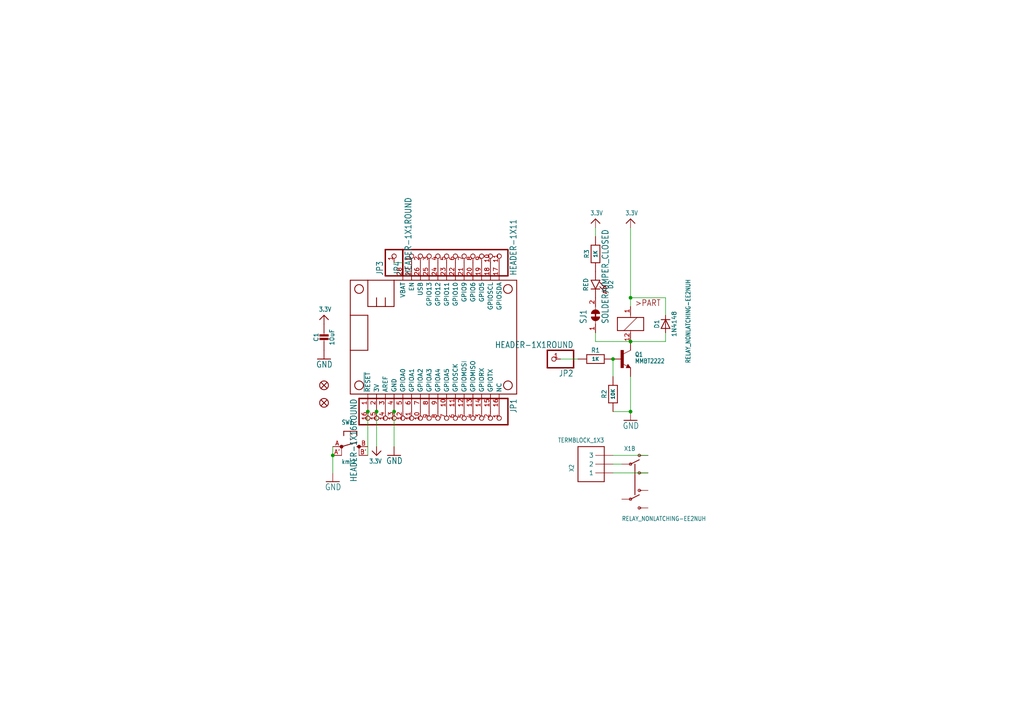
<source format=kicad_sch>
(kicad_sch (version 20211123) (generator eeschema)
  (paper "A4")
  (lib_symbols
    (symbol "schematicEagle-eagle-import:3.3V" (power)
      (property "Value" "3.3V" (at -1.524 1.016 0))
      (symbol "3.3V_1_0"
        (polyline (pts (xy -1.27 -1.27) (xy 0 0)) (stroke (width 0.254)))
        (polyline (pts (xy 0 0) (xy 1.27 -1.27)) (stroke (width 0.254)))
        (pin power_in line (at 0 -2.54 90) (length 2.54) (name "3.3V") (number "1"))
      )
    )
    (symbol "schematicEagle-eagle-import:CAP_CERAMIC0805-NOOUTLINE"
      (property "Reference" "C" (at -2.29 1.25 90))
      (property "Value" "CAP_CERAMIC0805-NOOUTLINE" (at 2.3 1.25 90))
      (symbol "CAP_CERAMIC0805-NOOUTLINE_1_0"
        (rectangle (start -1.27 0.508) (end 1.27 1.016) (fill (type outline)))
        (rectangle (start -1.27 1.524) (end 1.27 2.032) (fill (type outline)))
        (polyline (pts (xy 0 0.762) (xy 0 0)) (stroke (width 0.1524)))
        (polyline (pts (xy 0 2.54) (xy 0 1.778)) (stroke (width 0.1524)))
        (pin passive line (at 0 5.08 270) (length 2.54) (name "1") (number "1"))
        (pin passive line (at 0 -2.54 90) (length 2.54) (name "2") (number "2"))
      )
    )
    (symbol "schematicEagle-eagle-import:DIODESOD-323"
      (property "Reference" "D" (at 0 2.54 0))
      (property "Value" "DIODESOD-323" (at 0 -2.5 0))
      (symbol "DIODESOD-323_1_0"
        (polyline (pts (xy -1.27 -1.27) (xy 1.27 0)) (stroke (width 0.254)))
        (polyline (pts (xy -1.27 1.27) (xy -1.27 -1.27)) (stroke (width 0.254)))
        (polyline (pts (xy 1.27 0) (xy -1.27 1.27)) (stroke (width 0.254)))
        (polyline (pts (xy 1.27 0) (xy 1.27 -1.27)) (stroke (width 0.254)))
        (polyline (pts (xy 1.27 1.27) (xy 1.27 0)) (stroke (width 0.254)))
        (pin passive line (at -2.54 0 0) (length 2.54) (name "A") (number "A"))
        (pin passive line (at 2.54 0 180) (length 2.54) (name "C") (number "C"))
      )
    )
    (symbol "schematicEagle-eagle-import:FIDUCIAL{dblquote}{dblquote}"
      (symbol "FIDUCIAL{dblquote}{dblquote}_1_0"
        (polyline (pts (xy -0.762 0.762) (xy 0.762 -0.762)) (stroke (width 0.254)))
        (polyline (pts (xy 0.762 0.762) (xy -0.762 -0.762)) (stroke (width 0.254)))
        (circle (center 0 0) (radius 1.27) (stroke (width 0.254)))
      )
    )
    (symbol "schematicEagle-eagle-import:GND" (power)
      (property "Value" "GND" (at -2.54 -2.54 0))
      (symbol "GND_1_0"
        (polyline (pts (xy -1.905 0) (xy 1.905 0)) (stroke (width 0.254)))
        (pin power_in line (at 0 2.54 270) (length 2.54) (name "GND") (number "1"))
      )
    )
    (symbol "schematicEagle-eagle-import:HEADER-1X11"
      (property "Reference" "JP" (at -6.35 15.875 0))
      (property "Value" "HEADER-1X11" (at -6.35 -17.78 0))
      (symbol "HEADER-1X11_1_0"
        (polyline (pts (xy -6.35 -15.24) (xy 1.27 -15.24)) (stroke (width 0.4064)))
        (polyline (pts (xy -6.35 15.24) (xy -6.35 -15.24)) (stroke (width 0.4064)))
        (polyline (pts (xy 1.27 -15.24) (xy 1.27 15.24)) (stroke (width 0.4064)))
        (polyline (pts (xy 1.27 15.24) (xy -6.35 15.24)) (stroke (width 0.4064)))
        (pin passive inverted (at -2.54 12.7 0) (length 2.54) (name "1") (number "1"))
        (pin passive inverted (at -2.54 -10.16 0) (length 2.54) (name "10") (number "10"))
        (pin passive inverted (at -2.54 -12.7 0) (length 2.54) (name "11") (number "11"))
        (pin passive inverted (at -2.54 10.16 0) (length 2.54) (name "2") (number "2"))
        (pin passive inverted (at -2.54 7.62 0) (length 2.54) (name "3") (number "3"))
        (pin passive inverted (at -2.54 5.08 0) (length 2.54) (name "4") (number "4"))
        (pin passive inverted (at -2.54 2.54 0) (length 2.54) (name "5") (number "5"))
        (pin passive inverted (at -2.54 0 0) (length 2.54) (name "6") (number "6"))
        (pin passive inverted (at -2.54 -2.54 0) (length 2.54) (name "7") (number "7"))
        (pin passive inverted (at -2.54 -5.08 0) (length 2.54) (name "8") (number "8"))
        (pin passive inverted (at -2.54 -7.62 0) (length 2.54) (name "9") (number "9"))
      )
    )
    (symbol "schematicEagle-eagle-import:HEADER-1X16ROUND"
      (property "Reference" "JP" (at -6.35 20.955 0))
      (property "Value" "HEADER-1X16ROUND" (at -6.35 -25.4 0))
      (symbol "HEADER-1X16ROUND_1_0"
        (polyline (pts (xy -6.35 -22.86) (xy 1.27 -22.86)) (stroke (width 0.4064)))
        (polyline (pts (xy -6.35 20.32) (xy -6.35 -22.86)) (stroke (width 0.4064)))
        (polyline (pts (xy 1.27 -22.86) (xy 1.27 20.32)) (stroke (width 0.4064)))
        (polyline (pts (xy 1.27 20.32) (xy -6.35 20.32)) (stroke (width 0.4064)))
        (pin passive inverted (at -2.54 17.78 0) (length 2.54) (name "1") (number "1"))
        (pin passive inverted (at -2.54 -5.08 0) (length 2.54) (name "10") (number "10"))
        (pin passive inverted (at -2.54 -7.62 0) (length 2.54) (name "11") (number "11"))
        (pin passive inverted (at -2.54 -10.16 0) (length 2.54) (name "12") (number "12"))
        (pin passive inverted (at -2.54 -12.7 0) (length 2.54) (name "13") (number "13"))
        (pin passive inverted (at -2.54 -15.24 0) (length 2.54) (name "14") (number "14"))
        (pin passive inverted (at -2.54 -17.78 0) (length 2.54) (name "15") (number "15"))
        (pin passive inverted (at -2.54 -20.32 0) (length 2.54) (name "16") (number "16"))
        (pin passive inverted (at -2.54 15.24 0) (length 2.54) (name "2") (number "2"))
        (pin passive inverted (at -2.54 12.7 0) (length 2.54) (name "3") (number "3"))
        (pin passive inverted (at -2.54 10.16 0) (length 2.54) (name "4") (number "4"))
        (pin passive inverted (at -2.54 7.62 0) (length 2.54) (name "5") (number "5"))
        (pin passive inverted (at -2.54 5.08 0) (length 2.54) (name "6") (number "6"))
        (pin passive inverted (at -2.54 2.54 0) (length 2.54) (name "7") (number "7"))
        (pin passive inverted (at -2.54 0 0) (length 2.54) (name "8") (number "8"))
        (pin passive inverted (at -2.54 -2.54 0) (length 2.54) (name "9") (number "9"))
      )
    )
    (symbol "schematicEagle-eagle-import:HEADER-1X1ROUND"
      (property "Reference" "JP" (at -6.35 3.175 0))
      (property "Value" "HEADER-1X1ROUND" (at -6.35 -5.08 0))
      (symbol "HEADER-1X1ROUND_1_0"
        (polyline (pts (xy -6.35 -2.54) (xy 1.27 -2.54)) (stroke (width 0.4064)))
        (polyline (pts (xy -6.35 2.54) (xy -6.35 -2.54)) (stroke (width 0.4064)))
        (polyline (pts (xy 1.27 -2.54) (xy 1.27 2.54)) (stroke (width 0.4064)))
        (polyline (pts (xy 1.27 2.54) (xy -6.35 2.54)) (stroke (width 0.4064)))
        (pin passive inverted (at -2.54 0 0) (length 2.54) (name "1") (number "1"))
      )
    )
    (symbol "schematicEagle-eagle-import:LED0805_NOOUTLINE"
      (property "Reference" "D" (at -1.27 4.445 0))
      (property "Value" "LED0805_NOOUTLINE" (at -1.27 -2.794 0))
      (symbol "LED0805_NOOUTLINE_1_0"
        (polyline (pts (xy -2.54 -1.27) (xy 0 0)) (stroke (width 0.254)))
        (polyline (pts (xy -2.54 1.27) (xy -2.54 -1.27)) (stroke (width 0.254)))
        (polyline (pts (xy -1.905 1.27) (xy -0.635 2.54)) (stroke (width 0.254)))
        (polyline (pts (xy -0.9525 2.8575) (xy -0.3175 2.2225)) (stroke (width 0.254)))
        (polyline (pts (xy -0.635 1.27) (xy 0.635 2.54)) (stroke (width 0.254)))
        (polyline (pts (xy -0.3175 2.2225) (xy 0 3.175)) (stroke (width 0.254)))
        (polyline (pts (xy 0 0) (xy -2.54 1.27)) (stroke (width 0.254)))
        (polyline (pts (xy 0 0) (xy 0 -1.27)) (stroke (width 0.254)))
        (polyline (pts (xy 0 1.27) (xy 0 0)) (stroke (width 0.254)))
        (polyline (pts (xy 0 3.175) (xy -0.9525 2.8575)) (stroke (width 0.254)))
        (polyline (pts (xy 0.3175 2.8575) (xy 0.9525 2.2225)) (stroke (width 0.254)))
        (polyline (pts (xy 0.9525 2.2225) (xy 1.27 3.175)) (stroke (width 0.254)))
        (polyline (pts (xy 1.27 3.175) (xy 0.3175 2.8575)) (stroke (width 0.254)))
        (pin passive line (at -5.08 0 0) (length 2.54) (name "A") (number "A"))
        (pin passive line (at 2.54 0 180) (length 2.54) (name "C") (number "C"))
      )
    )
    (symbol "schematicEagle-eagle-import:MICROSHIELD"
      (symbol "MICROSHIELD_1_0"
        (polyline (pts (xy 0 0) (xy 48.26 0)) (stroke (width 0.254)))
        (polyline (pts (xy 0 12.7) (xy 0 0)) (stroke (width 0.254)))
        (polyline (pts (xy 0 22.86) (xy 0 12.7)) (stroke (width 0.254)))
        (polyline (pts (xy 0 22.86) (xy 5.08 22.86)) (stroke (width 0.254)))
        (polyline (pts (xy 0 33.02) (xy 0 22.86)) (stroke (width 0.254)))
        (polyline (pts (xy 5.08 12.7) (xy 0 12.7)) (stroke (width 0.254)))
        (polyline (pts (xy 5.08 22.86) (xy 5.08 12.7)) (stroke (width 0.254)))
        (polyline (pts (xy 5.08 25.4) (xy 7.62 25.4)) (stroke (width 0.254)))
        (polyline (pts (xy 5.08 33.02) (xy 0 33.02)) (stroke (width 0.254)))
        (polyline (pts (xy 5.08 33.02) (xy 5.08 25.4)) (stroke (width 0.254)))
        (polyline (pts (xy 7.62 25.4) (xy 10.16 25.4)) (stroke (width 0.254)))
        (polyline (pts (xy 7.62 27.94) (xy 7.62 25.4)) (stroke (width 0.254)))
        (polyline (pts (xy 10.16 25.4) (xy 12.7 25.4)) (stroke (width 0.254)))
        (polyline (pts (xy 10.16 27.94) (xy 10.16 25.4)) (stroke (width 0.254)))
        (polyline (pts (xy 12.7 25.4) (xy 12.7 33.02)) (stroke (width 0.254)))
        (polyline (pts (xy 12.7 33.02) (xy 5.08 33.02)) (stroke (width 0.254)))
        (polyline (pts (xy 48.26 0) (xy 48.26 33.02)) (stroke (width 0.254)))
        (polyline (pts (xy 48.26 33.02) (xy 12.7 33.02)) (stroke (width 0.254)))
        (circle (center 2.54 2.54) (radius 1.27) (stroke (width 0.254)))
        (circle (center 2.54 30.48) (radius 1.27) (stroke (width 0.254)))
        (circle (center 45.72 2.54) (radius 1.27) (stroke (width 0.254)))
        (circle (center 45.72 30.48) (radius 1.27) (stroke (width 0.254)))
        (pin input line (at 5.08 -5.08 90) (length 5.08) (name "~{RESET}") (number "1"))
        (pin bidirectional line (at 27.94 -5.08 90) (length 5.08) (name "GPIOA5") (number "10"))
        (pin bidirectional line (at 30.48 -5.08 90) (length 5.08) (name "GPIOSCK") (number "11"))
        (pin bidirectional line (at 33.02 -5.08 90) (length 5.08) (name "GPIOMOSI") (number "12"))
        (pin bidirectional line (at 35.56 -5.08 90) (length 5.08) (name "GPIOMISO") (number "13"))
        (pin bidirectional line (at 38.1 -5.08 90) (length 5.08) (name "GPIORX") (number "14"))
        (pin bidirectional line (at 40.64 -5.08 90) (length 5.08) (name "GPIOTX") (number "15"))
        (pin passive line (at 43.18 -5.08 90) (length 5.08) (name "NC") (number "16"))
        (pin bidirectional line (at 43.18 38.1 270) (length 5.08) (name "GPIOSDA") (number "17"))
        (pin bidirectional line (at 40.64 38.1 270) (length 5.08) (name "GPIOSCL") (number "18"))
        (pin bidirectional line (at 38.1 38.1 270) (length 5.08) (name "GPIO5") (number "19"))
        (pin power_in line (at 7.62 -5.08 90) (length 5.08) (name "3V") (number "2"))
        (pin bidirectional line (at 35.56 38.1 270) (length 5.08) (name "GPIO6") (number "20"))
        (pin bidirectional line (at 33.02 38.1 270) (length 5.08) (name "GPIO9") (number "21"))
        (pin bidirectional line (at 30.48 38.1 270) (length 5.08) (name "GPIO10") (number "22"))
        (pin bidirectional line (at 27.94 38.1 270) (length 5.08) (name "GPIO11") (number "23"))
        (pin bidirectional line (at 25.4 38.1 270) (length 5.08) (name "GPIO12") (number "24"))
        (pin bidirectional line (at 22.86 38.1 270) (length 5.08) (name "GPIO13") (number "25"))
        (pin power_in line (at 20.32 38.1 270) (length 5.08) (name "USB") (number "26"))
        (pin passive line (at 17.78 38.1 270) (length 5.08) (name "EN") (number "27"))
        (pin power_in line (at 15.24 38.1 270) (length 5.08) (name "VBAT") (number "28"))
        (pin passive line (at 10.16 -5.08 90) (length 5.08) (name "AREF") (number "3"))
        (pin power_in line (at 12.7 -5.08 90) (length 5.08) (name "GND") (number "4"))
        (pin bidirectional line (at 15.24 -5.08 90) (length 5.08) (name "GPIOA0") (number "5"))
        (pin bidirectional line (at 17.78 -5.08 90) (length 5.08) (name "GPIOA1") (number "6"))
        (pin bidirectional line (at 20.32 -5.08 90) (length 5.08) (name "GPIOA2") (number "7"))
        (pin bidirectional line (at 22.86 -5.08 90) (length 5.08) (name "GPIOA3") (number "8"))
        (pin bidirectional line (at 25.4 -5.08 90) (length 5.08) (name "GPIOA4") (number "9"))
      )
    )
    (symbol "schematicEagle-eagle-import:RELAY_NONLATCHING-EE2NUH"
      (property "Reference" "X" (at -4.445 8.89 0))
      (property "Value" "RELAY_NONLATCHING-EE2NUH" (at -5.08 -11.43 0))
      (symbol "RELAY_NONLATCHING-EE2NUH_1_0"
        (polyline (pts (xy -3.81 -1.905) (xy -1.905 -1.905)) (stroke (width 0.254)))
        (polyline (pts (xy -3.81 1.905) (xy -3.81 -1.905)) (stroke (width 0.254)))
        (polyline (pts (xy -1.905 -1.905) (xy 0 -1.905)) (stroke (width 0.254)))
        (polyline (pts (xy -1.905 -1.905) (xy 1.905 1.905)) (stroke (width 0.1524)))
        (polyline (pts (xy 0 -2.54) (xy 0 -1.905)) (stroke (width 0.1524)))
        (polyline (pts (xy 0 -1.905) (xy 3.81 -1.905)) (stroke (width 0.254)))
        (polyline (pts (xy 0 1.905) (xy -3.81 1.905)) (stroke (width 0.254)))
        (polyline (pts (xy 0 2.54) (xy 0 1.905)) (stroke (width 0.1524)))
        (polyline (pts (xy 1.905 1.905) (xy 0 1.905)) (stroke (width 0.254)))
        (polyline (pts (xy 3.81 -1.905) (xy 3.81 1.905)) (stroke (width 0.254)))
        (polyline (pts (xy 3.81 1.905) (xy 1.905 1.905)) (stroke (width 0.254)))
        (text ">PART" (at 1.27 5.08 0) (effects (font (size 1.778 1.5113)) (justify left bottom)))
        (pin passive line (at 0 5.08 270) (length 2.54) (name "1") (number "1"))
        (pin passive line (at 0 -5.08 90) (length 2.54) (name "2") (number "12"))
      )
      (symbol "RELAY_NONLATCHING-EE2NUH_2_0"
        (circle (center -2.54 -5.08) (radius 0.3592) (stroke (width 0.2032)))
        (circle (center -2.54 5.08) (radius 0.3592) (stroke (width 0.2032)))
        (circle (center 0 -7.62) (radius 0.3592) (stroke (width 0.2032)))
        (circle (center 0 -2.54) (radius 0.3592) (stroke (width 0.2032)))
        (polyline (pts (xy -2.54 -5.08) (xy 0 -3.81)) (stroke (width 0.254)))
        (polyline (pts (xy -2.54 5.08) (xy 0 6.35)) (stroke (width 0.254)))
        (polyline (pts (xy -1.27 5.08) (xy -1.27 -3.81)) (stroke (width 0.254)))
        (polyline (pts (xy 0 -7.62) (xy 0.635 -7.62)) (stroke (width 0.127)))
        (polyline (pts (xy 0 -2.54) (xy 0.635 -2.54)) (stroke (width 0.1524)))
        (polyline (pts (xy 0 2.54) (xy 0.635 2.54)) (stroke (width 0.127)))
        (polyline (pts (xy 0 7.62) (xy 0.635 7.62)) (stroke (width 0.1524)))
        (circle (center 0 2.54) (radius 0.3592) (stroke (width 0.2032)))
        (circle (center 0 7.62) (radius 0.3592) (stroke (width 0.2032)))
        (pin passive line (at 2.54 7.62 180) (length 2.54) (name "O1") (number "10"))
        (pin passive line (at 2.54 -2.54 180) (length 2.54) (name "O2") (number "3"))
        (pin passive line (at -5.08 -5.08 0) (length 2.54) (name "P2") (number "4"))
        (pin passive line (at 2.54 -7.62 180) (length 2.54) (name "S2") (number "5"))
        (pin passive line (at 2.54 2.54 180) (length 2.54) (name "S1") (number "8"))
        (pin passive line (at -5.08 5.08 0) (length 2.54) (name "P1") (number "9"))
      )
    )
    (symbol "schematicEagle-eagle-import:RESISTOR0805_NOOUTLINE"
      (property "Reference" "R" (at 0 2.54 0))
      (property "Value" "RESISTOR0805_NOOUTLINE" (at 0 0 0))
      (symbol "RESISTOR0805_NOOUTLINE_1_0"
        (polyline (pts (xy -2.54 -1.27) (xy -2.54 1.27)) (stroke (width 0.254)))
        (polyline (pts (xy -2.54 1.27) (xy 2.54 1.27)) (stroke (width 0.254)))
        (polyline (pts (xy 2.54 -1.27) (xy -2.54 -1.27)) (stroke (width 0.254)))
        (polyline (pts (xy 2.54 1.27) (xy 2.54 -1.27)) (stroke (width 0.254)))
        (pin passive line (at -5.08 0 0) (length 2.54) (name "1") (number "1"))
        (pin passive line (at 5.08 0 180) (length 2.54) (name "2") (number "2"))
      )
    )
    (symbol "schematicEagle-eagle-import:SOLDERJUMPER_CLOSED"
      (property "Reference" "SJ" (at -2.54 2.54 0))
      (property "Value" "SOLDERJUMPER_CLOSED" (at -2.54 -3.81 0))
      (symbol "SOLDERJUMPER_CLOSED_1_0"
        (arc (start -0.381 1.2699) (mid -1.6508 0) (end -0.381 -1.2699) (stroke (width 0.0001)) (fill (type outline)))
        (polyline (pts (xy -2.54 0) (xy -1.651 0)) (stroke (width 0.1524)))
        (polyline (pts (xy -0.635 0) (xy 0.635 0)) (stroke (width 0.4064)))
        (polyline (pts (xy 2.54 0) (xy 1.651 0)) (stroke (width 0.1524)))
        (arc (start 0.381 -1.2699) (mid 1.6508 0) (end 0.381 1.2699) (stroke (width 0.0001)) (fill (type outline)))
        (pin passive line (at -5.08 0 0) (length 2.54) (name "1") (number "1"))
        (pin passive line (at 5.08 0 180) (length 2.54) (name "2") (number "2"))
      )
    )
    (symbol "schematicEagle-eagle-import:SWITCH_TACT_SMT4.6X2.8"
      (property "Reference" "SW" (at -2.54 6.35 0))
      (property "Value" "SWITCH_TACT_SMT4.6X2.8" (at -2.54 -5.08 0))
      (symbol "SWITCH_TACT_SMT4.6X2.8_1_0"
        (circle (center -2.54 0) (radius 0.127) (stroke (width 0.4064)))
        (polyline (pts (xy -2.54 -2.54) (xy -2.54 0)) (stroke (width 0.1524)))
        (polyline (pts (xy -2.54 0) (xy 1.905 1.27)) (stroke (width 0.254)))
        (polyline (pts (xy -1.905 4.445) (xy -1.905 3.175)) (stroke (width 0.254)))
        (polyline (pts (xy 0 1.27) (xy 0 0.635)) (stroke (width 0.1524)))
        (polyline (pts (xy 0 2.54) (xy 0 1.905)) (stroke (width 0.1524)))
        (polyline (pts (xy 0 4.445) (xy -1.905 4.445)) (stroke (width 0.254)))
        (polyline (pts (xy 0 4.445) (xy 0 3.175)) (stroke (width 0.1524)))
        (polyline (pts (xy 1.905 0) (xy 2.54 0)) (stroke (width 0.254)))
        (polyline (pts (xy 1.905 4.445) (xy 0 4.445)) (stroke (width 0.254)))
        (polyline (pts (xy 1.905 4.445) (xy 1.905 3.175)) (stroke (width 0.254)))
        (polyline (pts (xy 2.54 -2.54) (xy 2.54 0)) (stroke (width 0.1524)))
        (circle (center 2.54 0) (radius 0.127) (stroke (width 0.4064)))
        (pin passive line (at -5.08 0 0) (length 2.54) (name "P") (number "A"))
        (pin passive line (at -5.08 -2.54 0) (length 2.54) (name "P1") (number "A'"))
        (pin passive line (at 5.08 0 180) (length 2.54) (name "S") (number "B"))
        (pin passive line (at 5.08 -2.54 180) (length 2.54) (name "S1") (number "B'"))
      )
    )
    (symbol "schematicEagle-eagle-import:TERMBLOCK_1X3"
      (property "Reference" "X" (at -2.54 7.62 0))
      (property "Value" "TERMBLOCK_1X3" (at -2.54 -7.62 0))
      (symbol "TERMBLOCK_1X3_1_0"
        (polyline (pts (xy -2.54 -5.08) (xy 5.08 -5.08)) (stroke (width 0.254)))
        (polyline (pts (xy -2.54 5.08) (xy -2.54 -5.08)) (stroke (width 0.254)))
        (polyline (pts (xy 5.08 -5.08) (xy 5.08 5.08)) (stroke (width 0.254)))
        (polyline (pts (xy 5.08 5.08) (xy -2.54 5.08)) (stroke (width 0.254)))
        (pin passive line (at -5.08 2.54 0) (length 5.08) (name "1") (number "1"))
        (pin passive line (at -5.08 0 0) (length 5.08) (name "2") (number "2"))
        (pin passive line (at -5.08 -2.54 0) (length 5.08) (name "3") (number "3"))
      )
    )
    (symbol "schematicEagle-eagle-import:TRANSISTOR_NPN"
      (property "Reference" "Q" (at 1.27 0.635 0))
      (property "Value" "TRANSISTOR_NPN" (at 1.27 -1.27 0))
      (symbol "TRANSISTOR_NPN_1_0"
        (rectangle (start -2.794 -2.54) (end -2.032 2.54) (fill (type outline)))
        (polyline (pts (xy -1.27 -2.54) (xy -0.762 -1.524)) (stroke (width 0.1524)))
        (polyline (pts (xy -1.016 -2.413) (xy -0.254 -2.413)) (stroke (width 0.254)))
        (polyline (pts (xy -1.016 -2.286) (xy -0.635 -2.286)) (stroke (width 0.254)))
        (polyline (pts (xy -1 -2.04) (xy -2.232 -1.424)) (stroke (width 0.1524)))
        (polyline (pts (xy -0.762 -1.778) (xy -1.016 -2.286)) (stroke (width 0.254)))
        (polyline (pts (xy -0.762 -1.524) (xy 0 -2.54)) (stroke (width 0.1524)))
        (polyline (pts (xy -0.635 -2.286) (xy -0.762 -2.032)) (stroke (width 0.254)))
        (polyline (pts (xy -0.254 -2.413) (xy -0.762 -1.778)) (stroke (width 0.254)))
        (polyline (pts (xy 0 -2.54) (xy -1.27 -2.54)) (stroke (width 0.1524)))
        (polyline (pts (xy 0 2.54) (xy -2.032 1.524)) (stroke (width 0.1524)))
        (pin passive line (at -5.08 0 0) (length 2.54) (name "B") (number "1"))
        (pin passive line (at 0 -5.08 90) (length 2.54) (name "E") (number "2"))
        (pin passive line (at 0 5.08 270) (length 2.54) (name "C") (number "3"))
      )
    )
  )
  (junction (at 182.88 99.06))
  (junction (at 96.52 132.08))
  (junction (at 182.88 119.38))
  (junction (at 182.88 86.36))
  (junction (at 106.68 119.38))
  (junction (at 114.3 119.38))
  (junction (at 177.8 104.14))
  (junction (at 109.22 119.38))
  (wire (pts (xy 177.8 109.22) (xy 177.8 104.14)))
  (wire (pts (xy 177.8 134.62) (xy 180.34 134.62)))
  (wire (pts (xy 193.04 99.06) (xy 193.04 96.52)))
  (wire (pts (xy 109.22 129.54) (xy 109.22 119.38)))
  (wire (pts (xy 172.72 96.52) (xy 172.72 99.06)))
  (wire (pts (xy 187.96 132.08) (xy 177.8 132.08)))
  (wire (pts (xy 177.8 137.16) (xy 187.96 137.16)))
  (wire (pts (xy 114.3 129.54) (xy 114.3 119.38)))
  (wire (pts (xy 182.88 99.06) (xy 193.04 99.06)))
  (wire (pts (xy 172.72 66.04) (xy 172.72 68.58)))
  (wire (pts (xy 162.56 104.14) (xy 167.64 104.14)))
  (wire (pts (xy 182.88 86.36) (xy 182.88 66.04)))
  (wire (pts (xy 182.88 119.38) (xy 182.88 109.22)))
  (wire (pts (xy 114.3 76.2) (xy 116.84 76.2)))
  (wire (pts (xy 96.52 132.08) (xy 96.52 137.16)))
  (wire (pts (xy 96.52 132.08) (xy 96.52 129.54)))
  (wire (pts (xy 182.88 86.36) (xy 182.88 88.9)))
  (wire (pts (xy 193.04 91.44) (xy 193.04 86.36)))
  (wire (pts (xy 177.8 119.38) (xy 182.88 119.38)))
  (wire (pts (xy 172.72 99.06) (xy 182.88 99.06)))
  (wire (pts (xy 193.04 86.36) (xy 182.88 86.36)))
  (wire (pts (xy 106.68 119.38) (xy 106.68 132.08)))
  (symbol (lib_id "schematicEagle-eagle-import:MICROSHIELD") (at 101.6 114.3 0) (unit 1)
    (property "Reference" "MS1" (effects hide))
    (property "Value" "MICROSHIELD" (effects hide))
    (property "Footprint" "schematicEagle:MICROSHIELD" (effects hide))
  )
  (symbol (lib_id "schematicEagle-eagle-import:SOLDERJUMPER_CLOSED") (at 172.72 91.44 90) (unit 1)
    (property "Reference" "SJ1" (at 170.18 93.98 0) (effects (font (size 1.778 1.5113)) (justify left bottom)))
    (property "Value" "SOLDERJUMPER_CLOSED" (at 176.53 93.98 0) (effects (font (size 1.778 1.5113)) (justify left bottom)))
    (property "Footprint" "schematicEagle:SOLDERJUMPER_CLOSEDWIRE" (effects hide))
  )
  (symbol (lib_id "schematicEagle-eagle-import:GND") (at 114.3 132.08 0) (mirror y) (unit 1)
    (property "Reference" "#GND4" (effects hide))
    (property "Value" "GND" (at 116.84 134.62 0) (effects (font (size 1.778 1.5113)) (justify left bottom)))
    (property "Footprint" "schematicEagle:" (effects hide))
  )
  (symbol (lib_id "schematicEagle-eagle-import:FIDUCIAL{dblquote}{dblquote}") (at 93.98 111.76 0) (unit 1)
    (property "Reference" "FID3" (effects hide))
    (property "Value" "FIDUCIAL{dblquote}{dblquote}" (effects hide))
    (property "Footprint" "schematicEagle:FIDUCIAL_1MM" (effects hide))
  )
  (symbol (lib_id "schematicEagle-eagle-import:TERMBLOCK_1X3") (at 172.72 134.62 180) (unit 1)
    (property "Reference" "X2" (at 165.1 134.62 90) (effects (font (size 1.27 1.0795)) (justify left bottom)))
    (property "Value" "TERMBLOCK_1X3" (at 175.26 127 0) (effects (font (size 1.27 1.0795)) (justify left bottom)))
    (property "Footprint" "schematicEagle:TERMBLOCK_1X3-3.5MM" (effects hide))
  )
  (symbol (lib_id "schematicEagle-eagle-import:SWITCH_TACT_SMT4.6X2.8") (at 101.6 129.54 0) (unit 1)
    (property "Reference" "SW1" (at 99.06 123.19 0) (effects (font (size 1.27 1.0795)) (justify left bottom)))
    (property "Value" "kmr2" (at 99.06 134.62 0) (effects (font (size 1.27 1.0795)) (justify left bottom)))
    (property "Footprint" "schematicEagle:BTN_KMR2_4.6X2.8" (effects hide))
  )
  (symbol (lib_id "schematicEagle-eagle-import:LED0805_NOOUTLINE") (at 172.72 83.82 270) (unit 1)
    (property "Reference" "D2" (at 177.165 82.55 0))
    (property "Value" "RED" (at 169.926 82.55 0))
    (property "Footprint" "schematicEagle:CHIPLED_0805_NOOUTLINE" (effects hide))
  )
  (symbol (lib_id "schematicEagle-eagle-import:HEADER-1X11") (at 132.08 73.66 90) (unit 1)
    (property "Reference" "JP4" (at 116.205 80.01 0) (effects (font (size 1.778 1.5113)) (justify left bottom)))
    (property "Value" "HEADER-1X11" (at 149.86 80.01 0) (effects (font (size 1.778 1.5113)) (justify left bottom)))
    (property "Footprint" "schematicEagle:1X11_ROUND" (effects hide))
  )
  (symbol (lib_id "schematicEagle-eagle-import:3.3V") (at 172.72 63.5 0) (unit 1)
    (property "Reference" "#U$4" (effects hide))
    (property "Value" "3.3V" (at 171.196 62.484 0) (effects (font (size 1.27 1.0795)) (justify left bottom)))
    (property "Footprint" "schematicEagle:" (effects hide))
  )
  (symbol (lib_id "schematicEagle-eagle-import:TRANSISTOR_NPN") (at 182.88 104.14 0) (unit 1)
    (property "Reference" "Q1" (at 184.15 103.505 0) (effects (font (size 1.27 1.0795)) (justify left bottom)))
    (property "Value" "MMBT2222" (at 184.15 105.41 0) (effects (font (size 1.27 1.0795)) (justify left bottom)))
    (property "Footprint" "schematicEagle:SOT23-R" (effects hide))
  )
  (symbol (lib_id "schematicEagle-eagle-import:CAP_CERAMIC0805-NOOUTLINE") (at 93.98 99.06 0) (unit 1)
    (property "Reference" "C1" (at 91.69 97.81 90))
    (property "Value" "10uF" (at 96.28 97.81 90))
    (property "Footprint" "schematicEagle:0805-NO" (effects hide))
  )
  (symbol (lib_id "schematicEagle-eagle-import:GND") (at 96.52 139.7 0) (mirror y) (unit 1)
    (property "Reference" "#GND3" (effects hide))
    (property "Value" "GND" (at 99.06 142.24 0) (effects (font (size 1.778 1.5113)) (justify left bottom)))
    (property "Footprint" "schematicEagle:" (effects hide))
  )
  (symbol (lib_id "schematicEagle-eagle-import:3.3V") (at 182.88 63.5 0) (unit 1)
    (property "Reference" "#U$2" (effects hide))
    (property "Value" "3.3V" (at 181.356 62.484 0) (effects (font (size 1.27 1.0795)) (justify left bottom)))
    (property "Footprint" "schematicEagle:" (effects hide))
  )
  (symbol (lib_id "schematicEagle-eagle-import:3.3V") (at 93.98 91.44 0) (unit 1)
    (property "Reference" "#U$3" (effects hide))
    (property "Value" "3.3V" (at 92.456 90.424 0) (effects (font (size 1.27 1.0795)) (justify left bottom)))
    (property "Footprint" "schematicEagle:" (effects hide))
  )
  (symbol (lib_id "schematicEagle-eagle-import:HEADER-1X1ROUND") (at 160.02 104.14 180) (unit 1)
    (property "Reference" "JP2" (at 166.37 107.315 0) (effects (font (size 1.778 1.5113)) (justify left bottom)))
    (property "Value" "HEADER-1X1ROUND" (at 166.37 99.06 0) (effects (font (size 1.778 1.5113)) (justify left bottom)))
    (property "Footprint" "schematicEagle:1X01_ROUND" (effects hide))
  )
  (symbol (lib_id "schematicEagle-eagle-import:RELAY_NONLATCHING-EE2NUH") (at 185.42 139.7 0) (unit 2)
    (property "Reference" "X1" (at 180.975 130.81 0) (effects (font (size 1.27 1.0795)) (justify left bottom)))
    (property "Value" "RELAY_NONLATCHING-EE2NUH" (at 180.34 151.13 0) (effects (font (size 1.27 1.0795)) (justify left bottom)))
    (property "Footprint" "schematicEagle:RELAY_EE2_NOLATCH" (effects hide))
  )
  (symbol (lib_id "schematicEagle-eagle-import:RESISTOR0805_NOOUTLINE") (at 177.8 114.3 90) (unit 1)
    (property "Reference" "R2" (at 175.26 114.3 0))
    (property "Value" "10K" (at 177.8 114.3 0) (effects (font (size 1.016 1.016) bold)))
    (property "Footprint" "schematicEagle:0805-NO" (effects hide))
  )
  (symbol (lib_id "schematicEagle-eagle-import:RELAY_NONLATCHING-EE2NUH") (at 182.88 93.98 0) (unit 1)
    (property "Reference" "X1" (effects hide))
    (property "Value" "RELAY_NONLATCHING-EE2NUH" (at 200.279 105.41 90) (effects (font (size 1.27 1.0795)) (justify left bottom)))
    (property "Footprint" "schematicEagle:RELAY_EE2_NOLATCH" (effects hide))
  )
  (symbol (lib_id "schematicEagle-eagle-import:FIDUCIAL{dblquote}{dblquote}") (at 93.98 116.84 0) (unit 1)
    (property "Reference" "FID2" (effects hide))
    (property "Value" "FIDUCIAL{dblquote}{dblquote}" (effects hide))
    (property "Footprint" "schematicEagle:FIDUCIAL_1MM" (effects hide))
  )
  (symbol (lib_id "schematicEagle-eagle-import:HEADER-1X16ROUND") (at 127 121.92 270) (unit 1)
    (property "Reference" "JP1" (at 147.955 115.57 0) (effects (font (size 1.778 1.5113)) (justify left bottom)))
    (property "Value" "HEADER-1X16ROUND" (at 101.6 115.57 0) (effects (font (size 1.778 1.5113)) (justify left bottom)))
    (property "Footprint" "schematicEagle:1X16_ROUND" (effects hide))
  )
  (symbol (lib_id "schematicEagle-eagle-import:GND") (at 182.88 121.92 0) (mirror y) (unit 1)
    (property "Reference" "#GND1" (effects hide))
    (property "Value" "GND" (at 185.42 124.46 0) (effects (font (size 1.778 1.5113)) (justify left bottom)))
    (property "Footprint" "schematicEagle:" (effects hide))
  )
  (symbol (lib_id "schematicEagle-eagle-import:3.3V") (at 109.22 132.08 180) (unit 1)
    (property "Reference" "#U$1" (effects hide))
    (property "Value" "3.3V" (at 110.744 133.096 0) (effects (font (size 1.27 1.0795)) (justify left bottom)))
    (property "Footprint" "schematicEagle:" (effects hide))
  )
  (symbol (lib_id "schematicEagle-eagle-import:RESISTOR0805_NOOUTLINE") (at 172.72 104.14 0) (unit 1)
    (property "Reference" "R1" (at 172.72 101.6 0))
    (property "Value" "1K" (at 172.72 104.14 0) (effects (font (size 1.016 1.016) bold)))
    (property "Footprint" "schematicEagle:0805-NO" (effects hide))
  )
  (symbol (lib_id "schematicEagle-eagle-import:GND") (at 93.98 104.14 0) (mirror y) (unit 1)
    (property "Reference" "#GND2" (effects hide))
    (property "Value" "GND" (at 96.52 106.68 0) (effects (font (size 1.778 1.5113)) (justify left bottom)))
    (property "Footprint" "schematicEagle:" (effects hide))
  )
  (symbol (lib_id "schematicEagle-eagle-import:RESISTOR0805_NOOUTLINE") (at 172.72 73.66 90) (unit 1)
    (property "Reference" "R3" (at 170.18 73.66 0))
    (property "Value" "1K" (at 172.72 73.66 0) (effects (font (size 1.016 1.016) bold)))
    (property "Footprint" "schematicEagle:0805-NO" (effects hide))
  )
  (symbol (lib_id "schematicEagle-eagle-import:DIODESOD-323") (at 193.04 93.98 90) (unit 1)
    (property "Reference" "D1" (at 190.5 93.98 0))
    (property "Value" "1N4148" (at 195.54 93.98 0))
    (property "Footprint" "schematicEagle:SOD-323" (effects hide))
  )
  (symbol (lib_id "schematicEagle-eagle-import:HEADER-1X1ROUND") (at 114.3 73.66 90) (unit 1)
    (property "Reference" "JP3" (at 111.125 80.01 0) (effects (font (size 1.778 1.5113)) (justify left bottom)))
    (property "Value" "HEADER-1X1ROUND" (at 119.38 80.01 0) (effects (font (size 1.778 1.5113)) (justify left bottom)))
    (property "Footprint" "schematicEagle:1X01_ROUND" (effects hide))
  )
)
</source>
